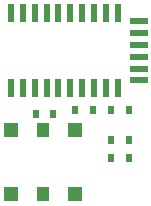
<source format=gtp>
G75*
G70*
%OFA0B0*%
%FSLAX24Y24*%
%IPPOS*%
%LPD*%
%AMOC8*
5,1,8,0,0,1.08239X$1,22.5*
%
%ADD10R,0.0197X0.0591*%
%ADD11R,0.0591X0.0197*%
%ADD12R,0.0197X0.0315*%
%ADD13R,0.0500X0.0500*%
%ADD14R,0.0394X0.0500*%
D10*
X004170Y005175D03*
X004564Y005175D03*
X004958Y005175D03*
X005351Y005175D03*
X005745Y005175D03*
X006139Y005175D03*
X006532Y005175D03*
X006926Y005175D03*
X007320Y005175D03*
X007714Y005175D03*
X007714Y007675D03*
X007320Y007675D03*
X006926Y007675D03*
X006532Y007675D03*
X006139Y007675D03*
X005745Y007675D03*
X005351Y007675D03*
X004958Y007675D03*
X004564Y007675D03*
X004170Y007675D03*
D11*
X008422Y007409D03*
X008422Y007015D03*
X008422Y006622D03*
X008422Y006228D03*
X008422Y005834D03*
X008422Y005440D03*
D12*
X008084Y004442D03*
X007493Y004442D03*
X006903Y004442D03*
X006312Y004442D03*
X005572Y004319D03*
X004981Y004319D03*
X007493Y003458D03*
X007493Y002867D03*
X008084Y002867D03*
X008084Y003458D03*
D13*
X004166Y001666D03*
X004166Y003792D03*
X006292Y003792D03*
X006292Y001666D03*
D14*
X005229Y001666D03*
X005229Y003792D03*
M02*

</source>
